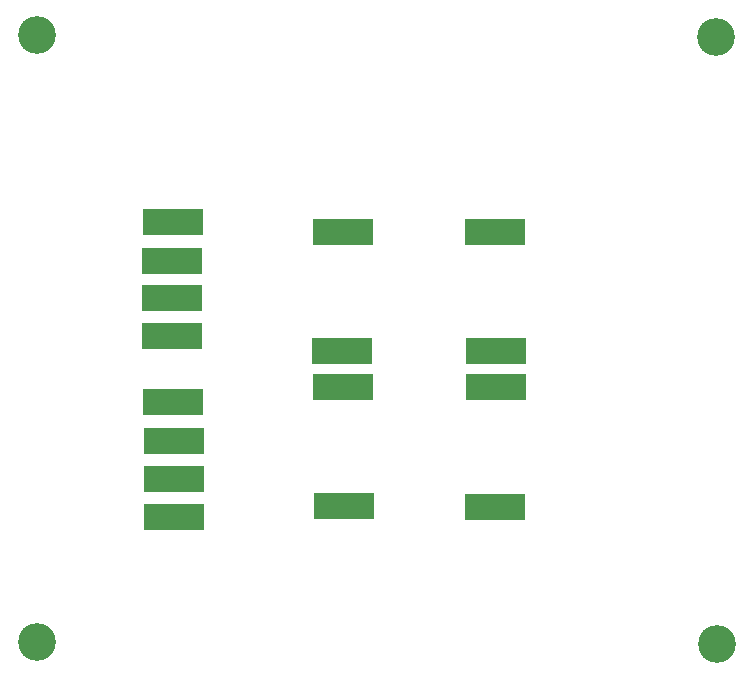
<source format=gts>
G04 EAGLE Gerber RS-274X export*
G75*
%MOMM*%
%FSLAX34Y34*%
%LPD*%
%INSoldermask Top*%
%IPPOS*%
%AMOC8*
5,1,8,0,0,1.08239X$1,22.5*%
G01*
%ADD10R,5.203200X2.203200*%
%ADD11C,3.203200*%


D10*
X362432Y251715D03*
X218425Y339421D03*
X491082Y251235D03*
X491516Y352477D03*
X217175Y395493D03*
X361901Y483915D03*
X217779Y492569D03*
X217558Y459274D03*
X361792Y352283D03*
X218753Y274682D03*
X219081Y242077D03*
X361497Y383332D03*
X217509Y427623D03*
X491402Y383051D03*
X490961Y484118D03*
X219044Y307011D03*
D11*
X678543Y134963D03*
X678066Y649197D03*
X102781Y650649D03*
X103065Y136857D03*
M02*

</source>
